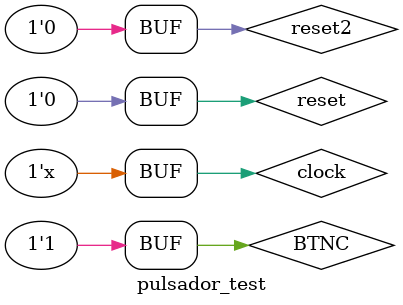
<source format=sv>
`timescale 1ns / 1ps


module pulsador_test();
    logic clock;
    logic reset;
    logic reset2;
    logic BTNC;
    logic [6:0]segments;   // {CA, CB, CC, CD, CE, CF, CG}
    logic [7:0]anodos;      // {AN7, AN6, AN5, AN4, AN3, AN2, AN1, AN0}
   
    anti_rebote_1_1 DUT(
        .clock(clock),
        .reset(reset),
        .reset2(reset2),
        .BTNC(BTNC),
        .segments(segments),
        .anodos(anodos)  
    );
    always #5 clock =~clock;
    
    initial begin
    clock = 0;
    BTNC = 1;
    #10 
    BTNC = 0;
    reset = 1;
    reset2 = 1;
    #10;
    BTNC = 1;
    #10
    BTNC = 0;
    #10
    BTNC = 1;
    #10
    BTNC = 0;
    #10
    BTNC = 1;
    reset = 0;
    #10
    BTNC = 0;
    #10
    BTNC = 1;
    #10
    BTNC = 0;
    #10
    BTNC = 1;
    #10
    BTNC = 0;
    #10
    BTNC = 1;
    #10
    BTNC = 0;
    #10
    BTNC = 1;
    #10
    BTNC = 0;
    #10
    BTNC = 1;
    #10
    BTNC = 0;
    #10
    BTNC = 1;
    #10
    BTNC = 0;
    #10
    BTNC = 1;
    #10
    BTNC = 0;
    #10
    BTNC = 1;
    #10
    BTNC = 0;
    #10
    BTNC = 1;
    #10
    BTNC = 0;
    #10
    BTNC = 1;
    #10
    BTNC = 0;
    #10
    BTNC = 1;
    #10
    BTNC = 0;
    #10
    reset2 = 0;
    BTNC = 1;
    #10
    BTNC = 0;
    #10
    BTNC = 1;
    #10
    BTNC = 0;
    #10
    BTNC = 1;
    #100
    BTNC = 0;
    #100
    
    BTNC = 1;
    #100
    BTNC = 0;
    #100
    BTNC = 1;
    #100
    BTNC = 0;
    #100
    BTNC = 1;
    #100
    BTNC = 0;
    #100
    BTNC = 1;
    #100
    BTNC = 0;
    #100
    BTNC = 1;
    #100
    BTNC = 0;
    #100
    BTNC = 1;
 
    
    
    
    end
endmodule

</source>
